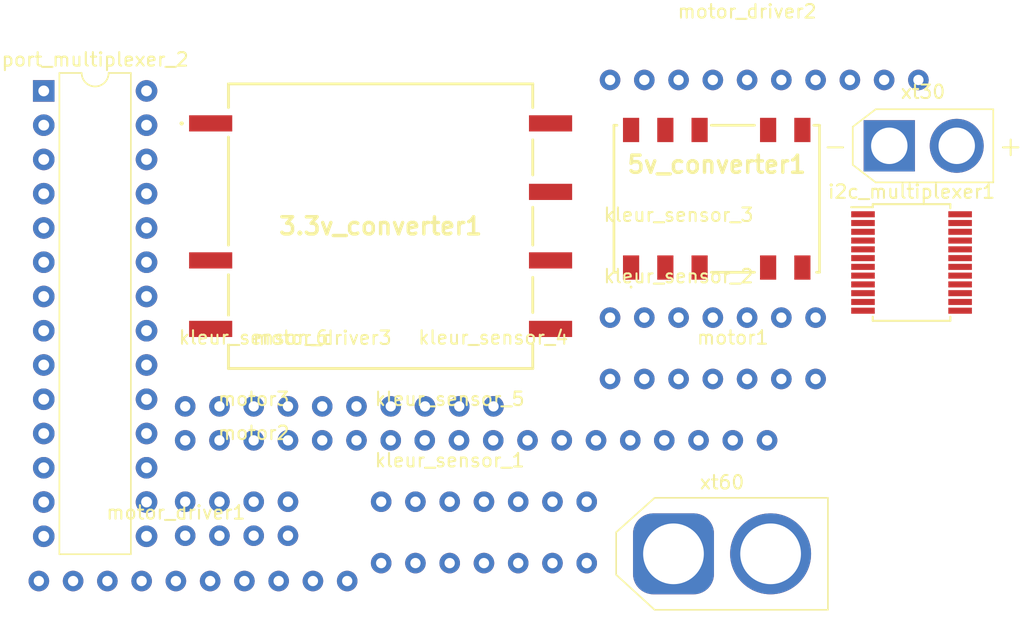
<source format=kicad_pcb>
(kicad_pcb (version 20171130) (host pcbnew 5.1.9+dfsg1-1+deb11u1)

  (general
    (thickness 1.6)
    (drawings 0)
    (tracks 0)
    (zones 0)
    (modules 18)
    (nets 73)
  )

  (page A4)
  (layers
    (0 F.Cu signal)
    (31 B.Cu signal)
    (32 B.Adhes user)
    (33 F.Adhes user)
    (34 B.Paste user)
    (35 F.Paste user)
    (36 B.SilkS user)
    (37 F.SilkS user)
    (38 B.Mask user)
    (39 F.Mask user)
    (40 Dwgs.User user)
    (41 Cmts.User user)
    (42 Eco1.User user)
    (43 Eco2.User user)
    (44 Edge.Cuts user)
    (45 Margin user)
    (46 B.CrtYd user)
    (47 F.CrtYd user)
    (48 B.Fab user)
    (49 F.Fab user)
  )

  (setup
    (last_trace_width 0.25)
    (trace_clearance 0.2)
    (zone_clearance 0.508)
    (zone_45_only no)
    (trace_min 0.2)
    (via_size 0.8)
    (via_drill 0.4)
    (via_min_size 0.4)
    (via_min_drill 0.3)
    (uvia_size 0.3)
    (uvia_drill 0.1)
    (uvias_allowed no)
    (uvia_min_size 0.2)
    (uvia_min_drill 0.1)
    (edge_width 0.05)
    (segment_width 0.2)
    (pcb_text_width 0.3)
    (pcb_text_size 1.5 1.5)
    (mod_edge_width 0.12)
    (mod_text_size 1 1)
    (mod_text_width 0.15)
    (pad_size 1.524 1.524)
    (pad_drill 0.762)
    (pad_to_mask_clearance 0)
    (aux_axis_origin 0 0)
    (visible_elements FFFFFF7F)
    (pcbplotparams
      (layerselection 0x010fc_ffffffff)
      (usegerberextensions false)
      (usegerberattributes true)
      (usegerberadvancedattributes true)
      (creategerberjobfile true)
      (excludeedgelayer true)
      (linewidth 0.150000)
      (plotframeref false)
      (viasonmask false)
      (mode 1)
      (useauxorigin false)
      (hpglpennumber 1)
      (hpglpenspeed 20)
      (hpglpendiameter 15.000000)
      (psnegative false)
      (psa4output false)
      (plotreference true)
      (plotvalue true)
      (plotinvisibletext false)
      (padsonsilk false)
      (subtractmaskfromsilk false)
      (outputformat 1)
      (mirror false)
      (drillshape 1)
      (scaleselection 1)
      (outputdirectory ""))
  )

  (net 0 "")
  (net 1 +12v)
  (net 2 "Net-(3.3v_converter1-Pad2)")
  (net 3 gnd)
  (net 4 "Net-(3.3v_converter1-Pad4)")
  (net 5 "Net-(3.3v_converter1-Pad6)")
  (net 6 3.3v)
  (net 7 "Net-(5v_converter1-Pad3)")
  (net 8 "Net-(5v_converter1-Pad6)")
  (net 9 "Net-(5v_converter1-Pad7)")
  (net 10 5v)
  (net 11 "Net-(5v_converter1-Pad10)")
  (net 12 "Net-(5v_converter1-Pad11)")
  (net 13 "Net-(5v_converter1-Pad12)")
  (net 14 sda)
  (net 15 scl)
  (net 16 "Net-(i2c_multiplexer1-Pad21)")
  (net 17 "Net-(i2c_multiplexer1-Pad20)")
  (net 18 "Net-(i2c_multiplexer1-Pad19)")
  (net 19 sc6)
  (net 20 sd6)
  (net 21 "Net-(i2c_multiplexer1-Pad16)")
  (net 22 "Net-(i2c_multiplexer1-Pad15)")
  (net 23 "Net-(i2c_multiplexer1-Pad14)")
  (net 24 "Net-(i2c_multiplexer1-Pad13)")
  (net 25 "Net-(i2c_multiplexer1-Pad11)")
  (net 26 "Net-(i2c_multiplexer1-Pad10)")
  (net 27 "Net-(i2c_multiplexer1-Pad9)")
  (net 28 "Net-(i2c_multiplexer1-Pad8)")
  (net 29 "Net-(i2c_multiplexer1-Pad7)")
  (net 30 "Net-(i2c_multiplexer1-Pad6)")
  (net 31 "Net-(i2c_multiplexer1-Pad5)")
  (net 32 "Net-(i2c_multiplexer1-Pad4)")
  (net 33 "Net-(i2c_multiplexer1-Pad3)")
  (net 34 "Net-(i2c_multiplexer1-Pad2)")
  (net 35 "Net-(i2c_multiplexer1-Pad1)")
  (net 36 "Net-(motor1-Pad3)")
  (net 37 "Net-(motor1-Pad2)")
  (net 38 "Net-(motor2-Pad3)")
  (net 39 "Net-(motor2-Pad2)")
  (net 40 B)
  (net 41 A)
  (net 42 "Net-(motor_driver1-Pad12)")
  (net 43 "Net-(motor_driver1-Pad13)")
  (net 44 "Net-(motor_driver1-Pad11)")
  (net 45 "Net-(motor_driver1-Pad10)")
  (net 46 "Net-(motor_driver1-Pad9)")
  (net 47 "Net-(motor_driver1-Pad8)")
  (net 48 "Net-(motor_driver1-Pad5)")
  (net 49 "Net-(motor_driver2-Pad12)")
  (net 50 "Net-(motor_driver2-Pad13)")
  (net 51 "Net-(motor_driver2-Pad11)")
  (net 52 "Net-(motor_driver2-Pad10)")
  (net 53 "Net-(motor_driver2-Pad9)")
  (net 54 "Net-(motor_driver2-Pad8)")
  (net 55 "Net-(motor_driver2-Pad5)")
  (net 56 "Net-(motor_driver3-Pad12)")
  (net 57 "Net-(motor_driver3-Pad13)")
  (net 58 "Net-(motor_driver3-Pad11)")
  (net 59 "Net-(motor_driver3-Pad10)")
  (net 60 "Net-(motor_driver3-Pad9)")
  (net 61 "Net-(motor_driver3-Pad8)")
  (net 62 "Net-(motor_driver3-Pad5)")
  (net 63 "Net-(port_multiplexer_2-Pad14)")
  (net 64 "Net-(port_multiplexer_2-Pad13)")
  (net 65 "Net-(port_multiplexer_2-Pad12)")
  (net 66 "Net-(port_multiplexer_2-Pad11)")
  (net 67 "Net-(port_multiplexer_2-Pad20)")
  (net 68 "Net-(port_multiplexer_2-Pad19)")
  (net 69 "Net-(port_multiplexer_2-Pad18)")
  (net 70 "Net-(port_multiplexer_2-Pad17)")
  (net 71 "Net-(port_multiplexer_2-Pad16)")
  (net 72 "Net-(port_multiplexer_2-Pad15)")

  (net_class Default "This is the default net class."
    (clearance 0.2)
    (trace_width 0.25)
    (via_dia 0.8)
    (via_drill 0.4)
    (uvia_dia 0.3)
    (uvia_drill 0.1)
    (add_net +12v)
    (add_net 3.3v)
    (add_net 5v)
    (add_net A)
    (add_net B)
    (add_net "Net-(3.3v_converter1-Pad2)")
    (add_net "Net-(3.3v_converter1-Pad4)")
    (add_net "Net-(3.3v_converter1-Pad6)")
    (add_net "Net-(5v_converter1-Pad10)")
    (add_net "Net-(5v_converter1-Pad11)")
    (add_net "Net-(5v_converter1-Pad12)")
    (add_net "Net-(5v_converter1-Pad3)")
    (add_net "Net-(5v_converter1-Pad6)")
    (add_net "Net-(5v_converter1-Pad7)")
    (add_net "Net-(i2c_multiplexer1-Pad1)")
    (add_net "Net-(i2c_multiplexer1-Pad10)")
    (add_net "Net-(i2c_multiplexer1-Pad11)")
    (add_net "Net-(i2c_multiplexer1-Pad13)")
    (add_net "Net-(i2c_multiplexer1-Pad14)")
    (add_net "Net-(i2c_multiplexer1-Pad15)")
    (add_net "Net-(i2c_multiplexer1-Pad16)")
    (add_net "Net-(i2c_multiplexer1-Pad19)")
    (add_net "Net-(i2c_multiplexer1-Pad2)")
    (add_net "Net-(i2c_multiplexer1-Pad20)")
    (add_net "Net-(i2c_multiplexer1-Pad21)")
    (add_net "Net-(i2c_multiplexer1-Pad3)")
    (add_net "Net-(i2c_multiplexer1-Pad4)")
    (add_net "Net-(i2c_multiplexer1-Pad5)")
    (add_net "Net-(i2c_multiplexer1-Pad6)")
    (add_net "Net-(i2c_multiplexer1-Pad7)")
    (add_net "Net-(i2c_multiplexer1-Pad8)")
    (add_net "Net-(i2c_multiplexer1-Pad9)")
    (add_net "Net-(motor1-Pad2)")
    (add_net "Net-(motor1-Pad3)")
    (add_net "Net-(motor2-Pad2)")
    (add_net "Net-(motor2-Pad3)")
    (add_net "Net-(motor_driver1-Pad10)")
    (add_net "Net-(motor_driver1-Pad11)")
    (add_net "Net-(motor_driver1-Pad12)")
    (add_net "Net-(motor_driver1-Pad13)")
    (add_net "Net-(motor_driver1-Pad5)")
    (add_net "Net-(motor_driver1-Pad8)")
    (add_net "Net-(motor_driver1-Pad9)")
    (add_net "Net-(motor_driver2-Pad10)")
    (add_net "Net-(motor_driver2-Pad11)")
    (add_net "Net-(motor_driver2-Pad12)")
    (add_net "Net-(motor_driver2-Pad13)")
    (add_net "Net-(motor_driver2-Pad5)")
    (add_net "Net-(motor_driver2-Pad8)")
    (add_net "Net-(motor_driver2-Pad9)")
    (add_net "Net-(motor_driver3-Pad10)")
    (add_net "Net-(motor_driver3-Pad11)")
    (add_net "Net-(motor_driver3-Pad12)")
    (add_net "Net-(motor_driver3-Pad13)")
    (add_net "Net-(motor_driver3-Pad5)")
    (add_net "Net-(motor_driver3-Pad8)")
    (add_net "Net-(motor_driver3-Pad9)")
    (add_net "Net-(port_multiplexer_2-Pad11)")
    (add_net "Net-(port_multiplexer_2-Pad12)")
    (add_net "Net-(port_multiplexer_2-Pad13)")
    (add_net "Net-(port_multiplexer_2-Pad14)")
    (add_net "Net-(port_multiplexer_2-Pad15)")
    (add_net "Net-(port_multiplexer_2-Pad16)")
    (add_net "Net-(port_multiplexer_2-Pad17)")
    (add_net "Net-(port_multiplexer_2-Pad18)")
    (add_net "Net-(port_multiplexer_2-Pad19)")
    (add_net "Net-(port_multiplexer_2-Pad20)")
    (add_net gnd)
    (add_net sc6)
    (add_net scl)
    (add_net sd6)
    (add_net sda)
  )

  (module Connector_AMASS:AMASS_XT60-F_1x02_P7.20mm_Vertical (layer F.Cu) (tedit 5D6C1D2C) (tstamp 66361CEC)
    (at 187.515001 156.545001)
    (descr "AMASS female XT60, through hole, vertical, https://www.tme.eu/Document/2d152ced3b7a446066e6c419d84bb460/XT60%20SPEC.pdf")
    (tags "XT60 female vertical")
    (path /66371272)
    (fp_text reference xt60 (at 3.6 -5.3 180) (layer F.SilkS)
      (effects (font (size 1 1) (thickness 0.15)))
    )
    (fp_text value Battery (at 3.6 5.4) (layer F.Fab)
      (effects (font (size 1 1) (thickness 0.15)))
    )
    (fp_text user %R (at 3.6 0.05) (layer F.Fab)
      (effects (font (size 1 1) (thickness 0.15)))
    )
    (fp_line (start 11.45 -4.15) (end -1.4 -4.15) (layer F.SilkS) (width 0.12))
    (fp_line (start -4.25 -1.6) (end -4.25 1.55) (layer F.SilkS) (width 0.12))
    (fp_line (start -1.4 4.15) (end 11.45 4.15) (layer F.SilkS) (width 0.12))
    (fp_line (start 11.45 4.15) (end 11.45 -4.15) (layer F.SilkS) (width 0.12))
    (fp_line (start -1.4 -4.15) (end -4.25 -1.6) (layer F.SilkS) (width 0.12))
    (fp_line (start -4.25 1.55) (end -1.4 4.15) (layer F.SilkS) (width 0.12))
    (fp_line (start 11.35 -4.05) (end -1.4 -4.05) (layer F.Fab) (width 0.12))
    (fp_line (start -1.4 -4.05) (end -4.15 -1.55) (layer F.Fab) (width 0.12))
    (fp_line (start -4.15 -1.55) (end -4.15 1.55) (layer F.Fab) (width 0.12))
    (fp_line (start -4.15 1.55) (end -1.4 4.05) (layer F.Fab) (width 0.12))
    (fp_line (start -1.4 4.05) (end 11.35 4.05) (layer F.Fab) (width 0.12))
    (fp_line (start 11.35 4.05) (end 11.35 -4.05) (layer F.Fab) (width 0.12))
    (fp_line (start 11.85 -4.6) (end 11.85 4.6) (layer F.CrtYd) (width 0.05))
    (fp_line (start 11.85 4.6) (end -1.6 4.6) (layer F.CrtYd) (width 0.05))
    (fp_line (start -1.6 4.6) (end -4.65 1.85) (layer F.CrtYd) (width 0.05))
    (fp_line (start -4.65 1.85) (end -4.65 -1.85) (layer F.CrtYd) (width 0.05))
    (fp_line (start -4.65 -1.85) (end -1.6 -4.6) (layer F.CrtYd) (width 0.05))
    (fp_line (start -1.6 -4.6) (end 11.85 -4.6) (layer F.CrtYd) (width 0.05))
    (pad 1 thru_hole roundrect (at 0 0) (size 6 6) (drill 4.5) (layers *.Cu *.Mask) (roundrect_rratio 0.25)
      (net 3 gnd))
    (pad 2 thru_hole circle (at 7.2 0) (size 6 6) (drill 4.5) (layers *.Cu *.Mask)
      (net 1 +12v))
    (model ${KISYS3DMOD}/Connector_AMASS.3dshapes/AMASS_XT60-F_1x02_P7.2mm_Vertical.wrl
      (at (xyz 0 0 0))
      (scale (xyz 1 1 1))
      (rotate (xyz 0 0 0))
    )
  )

  (module Connector_AMASS:AMASS_XT30U-F_1x02_P5.0mm_Vertical (layer F.Cu) (tedit 5C8E9CDA) (tstamp 66361CD3)
    (at 203.515001 126.295001)
    (descr "Connector XT30 Vertical Cable Female, https://www.tme.eu/en/Document/3cbfa5cfa544d79584972dd5234a409e/XT30U%20SPEC.pdf")
    (tags "RC Connector XT30")
    (path /6636FCC1)
    (fp_text reference xt30 (at 2.5 -4) (layer F.SilkS)
      (effects (font (size 1 1) (thickness 0.15)))
    )
    (fp_text value Battery (at 2.5 4) (layer F.Fab)
      (effects (font (size 1 1) (thickness 0.15)))
    )
    (fp_text user - (at -4 0) (layer F.SilkS)
      (effects (font (size 1.5 1.5) (thickness 0.15)))
    )
    (fp_text user + (at 9 0) (layer F.SilkS)
      (effects (font (size 1.5 1.5) (thickness 0.15)))
    )
    (fp_text user %R (at 2.5 0) (layer F.Fab)
      (effects (font (size 1 1) (thickness 0.15)))
    )
    (fp_line (start -2.6 -1.3) (end -2.6 1.3) (layer F.Fab) (width 0.1))
    (fp_line (start 7.6 -2.6) (end 7.6 2.6) (layer F.Fab) (width 0.1))
    (fp_line (start -0.9 -2.6) (end 7.6 -2.6) (layer F.Fab) (width 0.1))
    (fp_line (start -0.9 2.6) (end 7.6 2.6) (layer F.Fab) (width 0.1))
    (fp_line (start -2.6 -1.3) (end -0.9 -2.6) (layer F.Fab) (width 0.1))
    (fp_line (start -2.6 1.3) (end -0.9 2.6) (layer F.Fab) (width 0.1))
    (fp_line (start -1.01 -2.71) (end 7.71 -2.71) (layer F.SilkS) (width 0.12))
    (fp_line (start 7.71 -2.71) (end 7.71 2.71) (layer F.SilkS) (width 0.12))
    (fp_line (start -1.01 2.71) (end 7.71 2.71) (layer F.SilkS) (width 0.12))
    (fp_line (start -2.71 -1.41) (end -1.01 -2.71) (layer F.SilkS) (width 0.12))
    (fp_line (start -2.71 1.41) (end -1.01 2.71) (layer F.SilkS) (width 0.12))
    (fp_line (start -2.71 -1.41) (end -2.71 1.41) (layer F.SilkS) (width 0.12))
    (fp_line (start -1.4 -3.1) (end 8.1 -3.1) (layer F.CrtYd) (width 0.05))
    (fp_line (start 8.1 -3.1) (end 8.1 3.1) (layer F.CrtYd) (width 0.05))
    (fp_line (start -3.1 -1.8) (end -3.1 1.8) (layer F.CrtYd) (width 0.05))
    (fp_line (start -1.4 3.1) (end 8.1 3.1) (layer F.CrtYd) (width 0.05))
    (fp_line (start -3.1 -1.8) (end -1.4 -3.1) (layer F.CrtYd) (width 0.05))
    (fp_line (start -3.1 1.8) (end -1.4 3.1) (layer F.CrtYd) (width 0.05))
    (pad 2 thru_hole circle (at 5 0) (size 4 4) (drill 2.7) (layers *.Cu *.Mask)
      (net 1 +12v))
    (pad 1 thru_hole rect (at 0 0) (size 3.8 3.8) (drill 2.7) (layers *.Cu *.Mask)
      (net 3 gnd))
    (model ${KISYS3DMOD}/Connector_AMASS.3dshapes/AMASS_XT30U-F_1x02_P5.0mm_Vertical.wrl
      (at (xyz 0 0 0))
      (scale (xyz 1 1 1))
      (rotate (xyz 0 0 0))
    )
  )

  (module Package_DIP:DIP-28_W7.62mm (layer F.Cu) (tedit 5A02E8C5) (tstamp 66361CB8)
    (at 140.825001 122.225001)
    (descr "28-lead though-hole mounted DIP package, row spacing 7.62 mm (300 mils)")
    (tags "THT DIP DIL PDIP 2.54mm 7.62mm 300mil")
    (path /663ADEC8)
    (fp_text reference port_multiplexer_2 (at 3.81 -2.33) (layer F.SilkS)
      (effects (font (size 1 1) (thickness 0.15)))
    )
    (fp_text value MCP23017_SP (at 3.81 35.35) (layer F.Fab)
      (effects (font (size 1 1) (thickness 0.15)))
    )
    (fp_text user %R (at 3.81 16.51) (layer F.Fab)
      (effects (font (size 1 1) (thickness 0.15)))
    )
    (fp_arc (start 3.81 -1.33) (end 2.81 -1.33) (angle -180) (layer F.SilkS) (width 0.12))
    (fp_line (start 1.635 -1.27) (end 6.985 -1.27) (layer F.Fab) (width 0.1))
    (fp_line (start 6.985 -1.27) (end 6.985 34.29) (layer F.Fab) (width 0.1))
    (fp_line (start 6.985 34.29) (end 0.635 34.29) (layer F.Fab) (width 0.1))
    (fp_line (start 0.635 34.29) (end 0.635 -0.27) (layer F.Fab) (width 0.1))
    (fp_line (start 0.635 -0.27) (end 1.635 -1.27) (layer F.Fab) (width 0.1))
    (fp_line (start 2.81 -1.33) (end 1.16 -1.33) (layer F.SilkS) (width 0.12))
    (fp_line (start 1.16 -1.33) (end 1.16 34.35) (layer F.SilkS) (width 0.12))
    (fp_line (start 1.16 34.35) (end 6.46 34.35) (layer F.SilkS) (width 0.12))
    (fp_line (start 6.46 34.35) (end 6.46 -1.33) (layer F.SilkS) (width 0.12))
    (fp_line (start 6.46 -1.33) (end 4.81 -1.33) (layer F.SilkS) (width 0.12))
    (fp_line (start -1.1 -1.55) (end -1.1 34.55) (layer F.CrtYd) (width 0.05))
    (fp_line (start -1.1 34.55) (end 8.7 34.55) (layer F.CrtYd) (width 0.05))
    (fp_line (start 8.7 34.55) (end 8.7 -1.55) (layer F.CrtYd) (width 0.05))
    (fp_line (start 8.7 -1.55) (end -1.1 -1.55) (layer F.CrtYd) (width 0.05))
    (pad 28 thru_hole oval (at 7.62 0) (size 1.6 1.6) (drill 0.8) (layers *.Cu *.Mask)
      (net 38 "Net-(motor2-Pad3)"))
    (pad 14 thru_hole oval (at 0 33.02) (size 1.6 1.6) (drill 0.8) (layers *.Cu *.Mask)
      (net 63 "Net-(port_multiplexer_2-Pad14)"))
    (pad 27 thru_hole oval (at 7.62 2.54) (size 1.6 1.6) (drill 0.8) (layers *.Cu *.Mask)
      (net 39 "Net-(motor2-Pad2)"))
    (pad 13 thru_hole oval (at 0 30.48) (size 1.6 1.6) (drill 0.8) (layers *.Cu *.Mask)
      (net 64 "Net-(port_multiplexer_2-Pad13)"))
    (pad 26 thru_hole oval (at 7.62 5.08) (size 1.6 1.6) (drill 0.8) (layers *.Cu *.Mask)
      (net 36 "Net-(motor1-Pad3)"))
    (pad 12 thru_hole oval (at 0 27.94) (size 1.6 1.6) (drill 0.8) (layers *.Cu *.Mask)
      (net 65 "Net-(port_multiplexer_2-Pad12)"))
    (pad 25 thru_hole oval (at 7.62 7.62) (size 1.6 1.6) (drill 0.8) (layers *.Cu *.Mask)
      (net 37 "Net-(motor1-Pad2)"))
    (pad 11 thru_hole oval (at 0 25.4) (size 1.6 1.6) (drill 0.8) (layers *.Cu *.Mask)
      (net 66 "Net-(port_multiplexer_2-Pad11)"))
    (pad 24 thru_hole oval (at 7.62 10.16) (size 1.6 1.6) (drill 0.8) (layers *.Cu *.Mask)
      (net 60 "Net-(motor_driver3-Pad9)"))
    (pad 10 thru_hole oval (at 0 22.86) (size 1.6 1.6) (drill 0.8) (layers *.Cu *.Mask)
      (net 3 gnd))
    (pad 23 thru_hole oval (at 7.62 12.7) (size 1.6 1.6) (drill 0.8) (layers *.Cu *.Mask)
      (net 59 "Net-(motor_driver3-Pad10)"))
    (pad 9 thru_hole oval (at 0 20.32) (size 1.6 1.6) (drill 0.8) (layers *.Cu *.Mask)
      (net 6 3.3v))
    (pad 22 thru_hole oval (at 7.62 15.24) (size 1.6 1.6) (drill 0.8) (layers *.Cu *.Mask)
      (net 58 "Net-(motor_driver3-Pad11)"))
    (pad 8 thru_hole oval (at 0 17.78) (size 1.6 1.6) (drill 0.8) (layers *.Cu *.Mask)
      (net 53 "Net-(motor_driver2-Pad9)"))
    (pad 21 thru_hole oval (at 7.62 17.78) (size 1.6 1.6) (drill 0.8) (layers *.Cu *.Mask)
      (net 56 "Net-(motor_driver3-Pad12)"))
    (pad 7 thru_hole oval (at 0 15.24) (size 1.6 1.6) (drill 0.8) (layers *.Cu *.Mask)
      (net 52 "Net-(motor_driver2-Pad10)"))
    (pad 20 thru_hole oval (at 7.62 20.32) (size 1.6 1.6) (drill 0.8) (layers *.Cu *.Mask)
      (net 67 "Net-(port_multiplexer_2-Pad20)"))
    (pad 6 thru_hole oval (at 0 12.7) (size 1.6 1.6) (drill 0.8) (layers *.Cu *.Mask)
      (net 51 "Net-(motor_driver2-Pad11)"))
    (pad 19 thru_hole oval (at 7.62 22.86) (size 1.6 1.6) (drill 0.8) (layers *.Cu *.Mask)
      (net 68 "Net-(port_multiplexer_2-Pad19)"))
    (pad 5 thru_hole oval (at 0 10.16) (size 1.6 1.6) (drill 0.8) (layers *.Cu *.Mask)
      (net 49 "Net-(motor_driver2-Pad12)"))
    (pad 18 thru_hole oval (at 7.62 25.4) (size 1.6 1.6) (drill 0.8) (layers *.Cu *.Mask)
      (net 69 "Net-(port_multiplexer_2-Pad18)"))
    (pad 4 thru_hole oval (at 0 7.62) (size 1.6 1.6) (drill 0.8) (layers *.Cu *.Mask)
      (net 46 "Net-(motor_driver1-Pad9)"))
    (pad 17 thru_hole oval (at 7.62 27.94) (size 1.6 1.6) (drill 0.8) (layers *.Cu *.Mask)
      (net 70 "Net-(port_multiplexer_2-Pad17)"))
    (pad 3 thru_hole oval (at 0 5.08) (size 1.6 1.6) (drill 0.8) (layers *.Cu *.Mask)
      (net 45 "Net-(motor_driver1-Pad10)"))
    (pad 16 thru_hole oval (at 7.62 30.48) (size 1.6 1.6) (drill 0.8) (layers *.Cu *.Mask)
      (net 71 "Net-(port_multiplexer_2-Pad16)"))
    (pad 2 thru_hole oval (at 0 2.54) (size 1.6 1.6) (drill 0.8) (layers *.Cu *.Mask)
      (net 44 "Net-(motor_driver1-Pad11)"))
    (pad 15 thru_hole oval (at 7.62 33.02) (size 1.6 1.6) (drill 0.8) (layers *.Cu *.Mask)
      (net 72 "Net-(port_multiplexer_2-Pad15)"))
    (pad 1 thru_hole rect (at 0 0) (size 1.6 1.6) (drill 0.8) (layers *.Cu *.Mask)
      (net 42 "Net-(motor_driver1-Pad12)"))
    (model ${KISYS3DMOD}/Package_DIP.3dshapes/DIP-28_W7.62mm.wrl
      (at (xyz 0 0 0))
      (scale (xyz 1 1 1))
      (rotate (xyz 0 0 0))
    )
  )

  (module custom:TB9051FTG (layer F.Cu) (tedit 6634D7B7) (tstamp 66361C88)
    (at 161.472 145.612)
    (path /66365747)
    (fp_text reference motor_driver3 (at 0 -5.08) (layer F.SilkS)
      (effects (font (size 1 1) (thickness 0.15)))
    )
    (fp_text value TB9051FTG (at 0 -3.04) (layer F.Fab)
      (effects (font (size 1 1) (thickness 0.15)))
    )
    (pad 14 thru_hole circle (at 12.7 0) (size 1.524 1.524) (drill 0.762) (layers *.Cu *.Mask))
    (pad 12 thru_hole circle (at 7.62 0) (size 1.524 1.524) (drill 0.762) (layers *.Cu *.Mask)
      (net 56 "Net-(motor_driver3-Pad12)"))
    (pad 13 thru_hole circle (at 10.16 0) (size 1.524 1.524) (drill 0.762) (layers *.Cu *.Mask)
      (net 57 "Net-(motor_driver3-Pad13)"))
    (pad 11 thru_hole circle (at 5.08 0) (size 1.524 1.524) (drill 0.762) (layers *.Cu *.Mask)
      (net 58 "Net-(motor_driver3-Pad11)"))
    (pad 10 thru_hole circle (at 2.54 0) (size 1.524 1.524) (drill 0.762) (layers *.Cu *.Mask)
      (net 59 "Net-(motor_driver3-Pad10)"))
    (pad 9 thru_hole circle (at 0 0) (size 1.524 1.524) (drill 0.762) (layers *.Cu *.Mask)
      (net 60 "Net-(motor_driver3-Pad9)"))
    (pad 8 thru_hole circle (at -2.54 0) (size 1.524 1.524) (drill 0.762) (layers *.Cu *.Mask)
      (net 61 "Net-(motor_driver3-Pad8)"))
    (pad 7 thru_hole circle (at -5.08 0) (size 1.524 1.524) (drill 0.762) (layers *.Cu *.Mask)
      (net 6 3.3v))
    (pad 6 thru_hole circle (at -7.62 0) (size 1.524 1.524) (drill 0.762) (layers *.Cu *.Mask)
      (net 3 gnd))
    (pad 5 thru_hole circle (at -10.16 0) (size 1.524 1.524) (drill 0.762) (layers *.Cu *.Mask)
      (net 62 "Net-(motor_driver3-Pad5)"))
  )

  (module custom:TB9051FTG (layer F.Cu) (tedit 6634D7B7) (tstamp 66361C7A)
    (at 192.972 121.412)
    (path /6636526D)
    (fp_text reference motor_driver2 (at 0 -5.08) (layer F.SilkS)
      (effects (font (size 1 1) (thickness 0.15)))
    )
    (fp_text value TB9051FTG (at 0 -3.04) (layer F.Fab)
      (effects (font (size 1 1) (thickness 0.15)))
    )
    (pad 14 thru_hole circle (at 12.7 0) (size 1.524 1.524) (drill 0.762) (layers *.Cu *.Mask))
    (pad 12 thru_hole circle (at 7.62 0) (size 1.524 1.524) (drill 0.762) (layers *.Cu *.Mask)
      (net 49 "Net-(motor_driver2-Pad12)"))
    (pad 13 thru_hole circle (at 10.16 0) (size 1.524 1.524) (drill 0.762) (layers *.Cu *.Mask)
      (net 50 "Net-(motor_driver2-Pad13)"))
    (pad 11 thru_hole circle (at 5.08 0) (size 1.524 1.524) (drill 0.762) (layers *.Cu *.Mask)
      (net 51 "Net-(motor_driver2-Pad11)"))
    (pad 10 thru_hole circle (at 2.54 0) (size 1.524 1.524) (drill 0.762) (layers *.Cu *.Mask)
      (net 52 "Net-(motor_driver2-Pad10)"))
    (pad 9 thru_hole circle (at 0 0) (size 1.524 1.524) (drill 0.762) (layers *.Cu *.Mask)
      (net 53 "Net-(motor_driver2-Pad9)"))
    (pad 8 thru_hole circle (at -2.54 0) (size 1.524 1.524) (drill 0.762) (layers *.Cu *.Mask)
      (net 54 "Net-(motor_driver2-Pad8)"))
    (pad 7 thru_hole circle (at -5.08 0) (size 1.524 1.524) (drill 0.762) (layers *.Cu *.Mask)
      (net 6 3.3v))
    (pad 6 thru_hole circle (at -7.62 0) (size 1.524 1.524) (drill 0.762) (layers *.Cu *.Mask)
      (net 3 gnd))
    (pad 5 thru_hole circle (at -10.16 0) (size 1.524 1.524) (drill 0.762) (layers *.Cu *.Mask)
      (net 55 "Net-(motor_driver2-Pad5)"))
  )

  (module custom:TB9051FTG (layer F.Cu) (tedit 6634D7B7) (tstamp 66361C6C)
    (at 150.622 158.562)
    (path /66362316)
    (fp_text reference motor_driver1 (at 0 -5.08) (layer F.SilkS)
      (effects (font (size 1 1) (thickness 0.15)))
    )
    (fp_text value TB9051FTG (at 0 -3.04) (layer F.Fab)
      (effects (font (size 1 1) (thickness 0.15)))
    )
    (pad 14 thru_hole circle (at 12.7 0) (size 1.524 1.524) (drill 0.762) (layers *.Cu *.Mask))
    (pad 12 thru_hole circle (at 7.62 0) (size 1.524 1.524) (drill 0.762) (layers *.Cu *.Mask)
      (net 42 "Net-(motor_driver1-Pad12)"))
    (pad 13 thru_hole circle (at 10.16 0) (size 1.524 1.524) (drill 0.762) (layers *.Cu *.Mask)
      (net 43 "Net-(motor_driver1-Pad13)"))
    (pad 11 thru_hole circle (at 5.08 0) (size 1.524 1.524) (drill 0.762) (layers *.Cu *.Mask)
      (net 44 "Net-(motor_driver1-Pad11)"))
    (pad 10 thru_hole circle (at 2.54 0) (size 1.524 1.524) (drill 0.762) (layers *.Cu *.Mask)
      (net 45 "Net-(motor_driver1-Pad10)"))
    (pad 9 thru_hole circle (at 0 0) (size 1.524 1.524) (drill 0.762) (layers *.Cu *.Mask)
      (net 46 "Net-(motor_driver1-Pad9)"))
    (pad 8 thru_hole circle (at -2.54 0) (size 1.524 1.524) (drill 0.762) (layers *.Cu *.Mask)
      (net 47 "Net-(motor_driver1-Pad8)"))
    (pad 7 thru_hole circle (at -5.08 0) (size 1.524 1.524) (drill 0.762) (layers *.Cu *.Mask)
      (net 6 3.3v))
    (pad 6 thru_hole circle (at -7.62 0) (size 1.524 1.524) (drill 0.762) (layers *.Cu *.Mask)
      (net 3 gnd))
    (pad 5 thru_hole circle (at -10.16 0) (size 1.524 1.524) (drill 0.762) (layers *.Cu *.Mask)
      (net 48 "Net-(motor_driver1-Pad5)"))
  )

  (module custom:pololu_motor (layer F.Cu) (tedit 66336A28) (tstamp 66361C5E)
    (at 156.392 152.682)
    (path /663619F7)
    (fp_text reference motor3 (at 0 -7.62) (layer F.SilkS)
      (effects (font (size 1 1) (thickness 0.15)))
    )
    (fp_text value pololu_motor (at 0 -5.08) (layer F.Fab)
      (effects (font (size 1 1) (thickness 0.15)))
    )
    (pad 4 thru_hole circle (at 2.54 0) (size 1.524 1.524) (drill 0.762) (layers *.Cu *.Mask)
      (net 3 gnd))
    (pad 3 thru_hole circle (at 0 0) (size 1.524 1.524) (drill 0.762) (layers *.Cu *.Mask)
      (net 40 B))
    (pad 2 thru_hole circle (at -2.54 0) (size 1.524 1.524) (drill 0.762) (layers *.Cu *.Mask)
      (net 41 A))
    (pad 1 thru_hole circle (at -5.08 0) (size 1.524 1.524) (drill 0.762) (layers *.Cu *.Mask)
      (net 10 5v))
  )

  (module custom:pololu_motor (layer F.Cu) (tedit 66336A28) (tstamp 66361C56)
    (at 156.392 155.202)
    (path /66361689)
    (fp_text reference motor2 (at 0 -7.62) (layer F.SilkS)
      (effects (font (size 1 1) (thickness 0.15)))
    )
    (fp_text value pololu_motor (at 0 -5.08) (layer F.Fab)
      (effects (font (size 1 1) (thickness 0.15)))
    )
    (pad 4 thru_hole circle (at 2.54 0) (size 1.524 1.524) (drill 0.762) (layers *.Cu *.Mask)
      (net 3 gnd))
    (pad 3 thru_hole circle (at 0 0) (size 1.524 1.524) (drill 0.762) (layers *.Cu *.Mask)
      (net 38 "Net-(motor2-Pad3)"))
    (pad 2 thru_hole circle (at -2.54 0) (size 1.524 1.524) (drill 0.762) (layers *.Cu *.Mask)
      (net 39 "Net-(motor2-Pad2)"))
    (pad 1 thru_hole circle (at -5.08 0) (size 1.524 1.524) (drill 0.762) (layers *.Cu *.Mask)
      (net 10 5v))
  )

  (module custom:pololu_motor (layer F.Cu) (tedit 66336A28) (tstamp 66361C4E)
    (at 191.912 148.132)
    (path /66360D6F)
    (fp_text reference motor1 (at 0 -7.62) (layer F.SilkS)
      (effects (font (size 1 1) (thickness 0.15)))
    )
    (fp_text value pololu_motor (at 0 -5.08) (layer F.Fab)
      (effects (font (size 1 1) (thickness 0.15)))
    )
    (pad 4 thru_hole circle (at 2.54 0) (size 1.524 1.524) (drill 0.762) (layers *.Cu *.Mask)
      (net 3 gnd))
    (pad 3 thru_hole circle (at 0 0) (size 1.524 1.524) (drill 0.762) (layers *.Cu *.Mask)
      (net 36 "Net-(motor1-Pad3)"))
    (pad 2 thru_hole circle (at -2.54 0) (size 1.524 1.524) (drill 0.762) (layers *.Cu *.Mask)
      (net 37 "Net-(motor1-Pad2)"))
    (pad 1 thru_hole circle (at -5.08 0) (size 1.524 1.524) (drill 0.762) (layers *.Cu *.Mask)
      (net 10 5v))
  )

  (module custom:tcs3472 (layer F.Cu) (tedit 663363BC) (tstamp 66361C46)
    (at 156.392 150.672)
    (path /6638E0F0)
    (fp_text reference kleur_sensor_6 (at 0 -10.16) (layer F.SilkS)
      (effects (font (size 1 1) (thickness 0.15)))
    )
    (fp_text value tcs3472_color_sensor (at 0 -7.62) (layer F.Fab)
      (effects (font (size 1 1) (thickness 0.15)))
    )
    (pad 7 thru_hole circle (at 10.16 -2.54) (size 1.524 1.524) (drill 0.762) (layers *.Cu *.Mask))
    (pad 6 thru_hole circle (at 7.62 -2.54) (size 1.524 1.524) (drill 0.762) (layers *.Cu *.Mask))
    (pad 0 thru_hole circle (at 5.08 -2.54) (size 1.524 1.524) (drill 0.762) (layers *.Cu *.Mask)
      (net 22 "Net-(i2c_multiplexer1-Pad15)"))
    (pad 1 thru_hole circle (at 2.54 -2.54) (size 1.524 1.524) (drill 0.762) (layers *.Cu *.Mask)
      (net 21 "Net-(i2c_multiplexer1-Pad16)"))
    (pad 2 thru_hole circle (at 0 -2.54) (size 1.524 1.524) (drill 0.762) (layers *.Cu *.Mask)
      (net 6 3.3v))
    (pad 3 thru_hole circle (at -2.54 -2.54) (size 1.524 1.524) (drill 0.762) (layers *.Cu *.Mask)
      (net 3 gnd))
    (pad 5 thru_hole circle (at -5.08 -2.54) (size 1.524 1.524) (drill 0.762) (layers *.Cu *.Mask))
  )

  (module custom:tcs3472 (layer F.Cu) (tedit 663363BC) (tstamp 66361C3B)
    (at 170.922 155.222)
    (path /6638E0EA)
    (fp_text reference kleur_sensor_5 (at 0 -10.16) (layer F.SilkS)
      (effects (font (size 1 1) (thickness 0.15)))
    )
    (fp_text value tcs3472_color_sensor (at 0 -7.62) (layer F.Fab)
      (effects (font (size 1 1) (thickness 0.15)))
    )
    (pad 7 thru_hole circle (at 10.16 -2.54) (size 1.524 1.524) (drill 0.762) (layers *.Cu *.Mask))
    (pad 6 thru_hole circle (at 7.62 -2.54) (size 1.524 1.524) (drill 0.762) (layers *.Cu *.Mask))
    (pad 0 thru_hole circle (at 5.08 -2.54) (size 1.524 1.524) (drill 0.762) (layers *.Cu *.Mask)
      (net 24 "Net-(i2c_multiplexer1-Pad13)"))
    (pad 1 thru_hole circle (at 2.54 -2.54) (size 1.524 1.524) (drill 0.762) (layers *.Cu *.Mask)
      (net 23 "Net-(i2c_multiplexer1-Pad14)"))
    (pad 2 thru_hole circle (at 0 -2.54) (size 1.524 1.524) (drill 0.762) (layers *.Cu *.Mask)
      (net 6 3.3v))
    (pad 3 thru_hole circle (at -2.54 -2.54) (size 1.524 1.524) (drill 0.762) (layers *.Cu *.Mask)
      (net 3 gnd))
    (pad 5 thru_hole circle (at -5.08 -2.54) (size 1.524 1.524) (drill 0.762) (layers *.Cu *.Mask))
  )

  (module custom:tcs3472 (layer F.Cu) (tedit 663363BC) (tstamp 66361C30)
    (at 174.152 150.672)
    (path /6638E0E4)
    (fp_text reference kleur_sensor_4 (at 0 -10.16) (layer F.SilkS)
      (effects (font (size 1 1) (thickness 0.15)))
    )
    (fp_text value tcs3472_color_sensor (at 0 -7.62) (layer F.Fab)
      (effects (font (size 1 1) (thickness 0.15)))
    )
    (pad 7 thru_hole circle (at 10.16 -2.54) (size 1.524 1.524) (drill 0.762) (layers *.Cu *.Mask))
    (pad 6 thru_hole circle (at 7.62 -2.54) (size 1.524 1.524) (drill 0.762) (layers *.Cu *.Mask))
    (pad 0 thru_hole circle (at 5.08 -2.54) (size 1.524 1.524) (drill 0.762) (layers *.Cu *.Mask)
      (net 26 "Net-(i2c_multiplexer1-Pad10)"))
    (pad 1 thru_hole circle (at 2.54 -2.54) (size 1.524 1.524) (drill 0.762) (layers *.Cu *.Mask)
      (net 25 "Net-(i2c_multiplexer1-Pad11)"))
    (pad 2 thru_hole circle (at 0 -2.54) (size 1.524 1.524) (drill 0.762) (layers *.Cu *.Mask)
      (net 6 3.3v))
    (pad 3 thru_hole circle (at -2.54 -2.54) (size 1.524 1.524) (drill 0.762) (layers *.Cu *.Mask)
      (net 3 gnd))
    (pad 5 thru_hole circle (at -5.08 -2.54) (size 1.524 1.524) (drill 0.762) (layers *.Cu *.Mask))
  )

  (module custom:tcs3472 (layer F.Cu) (tedit 663363BC) (tstamp 66361C25)
    (at 187.892 141.572)
    (path /6638AC73)
    (fp_text reference kleur_sensor_3 (at 0 -10.16) (layer F.SilkS)
      (effects (font (size 1 1) (thickness 0.15)))
    )
    (fp_text value tcs3472_color_sensor (at 0 -7.62) (layer F.Fab)
      (effects (font (size 1 1) (thickness 0.15)))
    )
    (pad 7 thru_hole circle (at 10.16 -2.54) (size 1.524 1.524) (drill 0.762) (layers *.Cu *.Mask))
    (pad 6 thru_hole circle (at 7.62 -2.54) (size 1.524 1.524) (drill 0.762) (layers *.Cu *.Mask))
    (pad 0 thru_hole circle (at 5.08 -2.54) (size 1.524 1.524) (drill 0.762) (layers *.Cu *.Mask)
      (net 28 "Net-(i2c_multiplexer1-Pad8)"))
    (pad 1 thru_hole circle (at 2.54 -2.54) (size 1.524 1.524) (drill 0.762) (layers *.Cu *.Mask)
      (net 27 "Net-(i2c_multiplexer1-Pad9)"))
    (pad 2 thru_hole circle (at 0 -2.54) (size 1.524 1.524) (drill 0.762) (layers *.Cu *.Mask)
      (net 6 3.3v))
    (pad 3 thru_hole circle (at -2.54 -2.54) (size 1.524 1.524) (drill 0.762) (layers *.Cu *.Mask)
      (net 3 gnd))
    (pad 5 thru_hole circle (at -5.08 -2.54) (size 1.524 1.524) (drill 0.762) (layers *.Cu *.Mask))
  )

  (module custom:tcs3472 (layer F.Cu) (tedit 663363BC) (tstamp 66361C1A)
    (at 187.892 146.122)
    (path /6638428B)
    (fp_text reference kleur_sensor_2 (at 0 -10.16) (layer F.SilkS)
      (effects (font (size 1 1) (thickness 0.15)))
    )
    (fp_text value tcs3472_color_sensor (at 0 -7.62) (layer F.Fab)
      (effects (font (size 1 1) (thickness 0.15)))
    )
    (pad 7 thru_hole circle (at 10.16 -2.54) (size 1.524 1.524) (drill 0.762) (layers *.Cu *.Mask))
    (pad 6 thru_hole circle (at 7.62 -2.54) (size 1.524 1.524) (drill 0.762) (layers *.Cu *.Mask))
    (pad 0 thru_hole circle (at 5.08 -2.54) (size 1.524 1.524) (drill 0.762) (layers *.Cu *.Mask)
      (net 30 "Net-(i2c_multiplexer1-Pad6)"))
    (pad 1 thru_hole circle (at 2.54 -2.54) (size 1.524 1.524) (drill 0.762) (layers *.Cu *.Mask)
      (net 29 "Net-(i2c_multiplexer1-Pad7)"))
    (pad 2 thru_hole circle (at 0 -2.54) (size 1.524 1.524) (drill 0.762) (layers *.Cu *.Mask)
      (net 6 3.3v))
    (pad 3 thru_hole circle (at -2.54 -2.54) (size 1.524 1.524) (drill 0.762) (layers *.Cu *.Mask)
      (net 3 gnd))
    (pad 5 thru_hole circle (at -5.08 -2.54) (size 1.524 1.524) (drill 0.762) (layers *.Cu *.Mask))
  )

  (module custom:tcs3472 (layer F.Cu) (tedit 663363BC) (tstamp 66361C0F)
    (at 170.922 159.772)
    (path /66382B7A)
    (fp_text reference kleur_sensor_1 (at 0 -10.16) (layer F.SilkS)
      (effects (font (size 1 1) (thickness 0.15)))
    )
    (fp_text value tcs3472_color_sensor (at 0 -7.62) (layer F.Fab)
      (effects (font (size 1 1) (thickness 0.15)))
    )
    (pad 7 thru_hole circle (at 10.16 -2.54) (size 1.524 1.524) (drill 0.762) (layers *.Cu *.Mask))
    (pad 6 thru_hole circle (at 7.62 -2.54) (size 1.524 1.524) (drill 0.762) (layers *.Cu *.Mask))
    (pad 0 thru_hole circle (at 5.08 -2.54) (size 1.524 1.524) (drill 0.762) (layers *.Cu *.Mask)
      (net 32 "Net-(i2c_multiplexer1-Pad4)"))
    (pad 1 thru_hole circle (at 2.54 -2.54) (size 1.524 1.524) (drill 0.762) (layers *.Cu *.Mask)
      (net 31 "Net-(i2c_multiplexer1-Pad5)"))
    (pad 2 thru_hole circle (at 0 -2.54) (size 1.524 1.524) (drill 0.762) (layers *.Cu *.Mask)
      (net 6 3.3v))
    (pad 3 thru_hole circle (at -2.54 -2.54) (size 1.524 1.524) (drill 0.762) (layers *.Cu *.Mask)
      (net 3 gnd))
    (pad 5 thru_hole circle (at -5.08 -2.54) (size 1.524 1.524) (drill 0.762) (layers *.Cu *.Mask))
  )

  (module Package_SO:SSOP-24_5.3x8.2mm_P0.65mm (layer F.Cu) (tedit 5A02F25C) (tstamp 66361C04)
    (at 205.165001 134.945001)
    (descr "24-Lead Plastic Shrink Small Outline (SS)-5.30 mm Body [SSOP] (see Microchip Packaging Specification 00000049BS.pdf)")
    (tags "SSOP 0.65")
    (path /663C2FAA)
    (attr smd)
    (fp_text reference i2c_multiplexer1 (at 0 -5.25) (layer F.SilkS)
      (effects (font (size 1 1) (thickness 0.15)))
    )
    (fp_text value PCA9548ADB (at 0 5.25) (layer F.Fab)
      (effects (font (size 1 1) (thickness 0.15)))
    )
    (fp_text user %R (at 0 0) (layer F.Fab)
      (effects (font (size 0.8 0.8) (thickness 0.15)))
    )
    (fp_line (start -1.65 -4.1) (end 2.65 -4.1) (layer F.Fab) (width 0.15))
    (fp_line (start 2.65 -4.1) (end 2.65 4.1) (layer F.Fab) (width 0.15))
    (fp_line (start 2.65 4.1) (end -2.65 4.1) (layer F.Fab) (width 0.15))
    (fp_line (start -2.65 4.1) (end -2.65 -3.1) (layer F.Fab) (width 0.15))
    (fp_line (start -2.65 -3.1) (end -1.65 -4.1) (layer F.Fab) (width 0.15))
    (fp_line (start -4.75 -4.5) (end -4.75 4.5) (layer F.CrtYd) (width 0.05))
    (fp_line (start 4.75 -4.5) (end 4.75 4.5) (layer F.CrtYd) (width 0.05))
    (fp_line (start -4.75 -4.5) (end 4.75 -4.5) (layer F.CrtYd) (width 0.05))
    (fp_line (start -4.75 4.5) (end 4.75 4.5) (layer F.CrtYd) (width 0.05))
    (fp_line (start -2.875 -4.325) (end -2.875 -4.1) (layer F.SilkS) (width 0.15))
    (fp_line (start 2.875 -4.325) (end 2.875 -4.025) (layer F.SilkS) (width 0.15))
    (fp_line (start 2.875 4.325) (end 2.875 4.025) (layer F.SilkS) (width 0.15))
    (fp_line (start -2.875 4.325) (end -2.875 4.025) (layer F.SilkS) (width 0.15))
    (fp_line (start -2.875 -4.325) (end 2.875 -4.325) (layer F.SilkS) (width 0.15))
    (fp_line (start -2.875 4.325) (end 2.875 4.325) (layer F.SilkS) (width 0.15))
    (fp_line (start -2.875 -4.1) (end -4.475 -4.1) (layer F.SilkS) (width 0.15))
    (pad 24 smd rect (at 3.6 -3.575) (size 1.75 0.45) (layers F.Cu F.Paste F.Mask)
      (net 6 3.3v))
    (pad 23 smd rect (at 3.6 -2.925) (size 1.75 0.45) (layers F.Cu F.Paste F.Mask)
      (net 14 sda))
    (pad 22 smd rect (at 3.6 -2.275) (size 1.75 0.45) (layers F.Cu F.Paste F.Mask)
      (net 15 scl))
    (pad 21 smd rect (at 3.6 -1.625) (size 1.75 0.45) (layers F.Cu F.Paste F.Mask)
      (net 16 "Net-(i2c_multiplexer1-Pad21)"))
    (pad 20 smd rect (at 3.6 -0.975) (size 1.75 0.45) (layers F.Cu F.Paste F.Mask)
      (net 17 "Net-(i2c_multiplexer1-Pad20)"))
    (pad 19 smd rect (at 3.6 -0.325) (size 1.75 0.45) (layers F.Cu F.Paste F.Mask)
      (net 18 "Net-(i2c_multiplexer1-Pad19)"))
    (pad 18 smd rect (at 3.6 0.325) (size 1.75 0.45) (layers F.Cu F.Paste F.Mask)
      (net 19 sc6))
    (pad 17 smd rect (at 3.6 0.975) (size 1.75 0.45) (layers F.Cu F.Paste F.Mask)
      (net 20 sd6))
    (pad 16 smd rect (at 3.6 1.625) (size 1.75 0.45) (layers F.Cu F.Paste F.Mask)
      (net 21 "Net-(i2c_multiplexer1-Pad16)"))
    (pad 15 smd rect (at 3.6 2.275) (size 1.75 0.45) (layers F.Cu F.Paste F.Mask)
      (net 22 "Net-(i2c_multiplexer1-Pad15)"))
    (pad 14 smd rect (at 3.6 2.925) (size 1.75 0.45) (layers F.Cu F.Paste F.Mask)
      (net 23 "Net-(i2c_multiplexer1-Pad14)"))
    (pad 13 smd rect (at 3.6 3.575) (size 1.75 0.45) (layers F.Cu F.Paste F.Mask)
      (net 24 "Net-(i2c_multiplexer1-Pad13)"))
    (pad 12 smd rect (at -3.6 3.575) (size 1.75 0.45) (layers F.Cu F.Paste F.Mask)
      (net 3 gnd))
    (pad 11 smd rect (at -3.6 2.925) (size 1.75 0.45) (layers F.Cu F.Paste F.Mask)
      (net 25 "Net-(i2c_multiplexer1-Pad11)"))
    (pad 10 smd rect (at -3.6 2.275) (size 1.75 0.45) (layers F.Cu F.Paste F.Mask)
      (net 26 "Net-(i2c_multiplexer1-Pad10)"))
    (pad 9 smd rect (at -3.6 1.625) (size 1.75 0.45) (layers F.Cu F.Paste F.Mask)
      (net 27 "Net-(i2c_multiplexer1-Pad9)"))
    (pad 8 smd rect (at -3.6 0.975) (size 1.75 0.45) (layers F.Cu F.Paste F.Mask)
      (net 28 "Net-(i2c_multiplexer1-Pad8)"))
    (pad 7 smd rect (at -3.6 0.325) (size 1.75 0.45) (layers F.Cu F.Paste F.Mask)
      (net 29 "Net-(i2c_multiplexer1-Pad7)"))
    (pad 6 smd rect (at -3.6 -0.325) (size 1.75 0.45) (layers F.Cu F.Paste F.Mask)
      (net 30 "Net-(i2c_multiplexer1-Pad6)"))
    (pad 5 smd rect (at -3.6 -0.975) (size 1.75 0.45) (layers F.Cu F.Paste F.Mask)
      (net 31 "Net-(i2c_multiplexer1-Pad5)"))
    (pad 4 smd rect (at -3.6 -1.625) (size 1.75 0.45) (layers F.Cu F.Paste F.Mask)
      (net 32 "Net-(i2c_multiplexer1-Pad4)"))
    (pad 3 smd rect (at -3.6 -2.275) (size 1.75 0.45) (layers F.Cu F.Paste F.Mask)
      (net 33 "Net-(i2c_multiplexer1-Pad3)"))
    (pad 2 smd rect (at -3.6 -2.925) (size 1.75 0.45) (layers F.Cu F.Paste F.Mask)
      (net 34 "Net-(i2c_multiplexer1-Pad2)"))
    (pad 1 smd rect (at -3.6 -3.575) (size 1.75 0.45) (layers F.Cu F.Paste F.Mask)
      (net 35 "Net-(i2c_multiplexer1-Pad1)"))
    (model ${KISYS3DMOD}/Package_SO.3dshapes/SSOP-24_5.3x8.2mm_P0.65mm.wrl
      (at (xyz 0 0 0))
      (scale (xyz 1 1 1))
      (rotate (xyz 0 0 0))
    )
  )

  (module custom:SFTN01M05N (layer F.Cu) (tedit 6635F4A6) (tstamp 66361BD7)
    (at 190.720001 130.220001)
    (descr SFTN01M-05N-2)
    (tags "Power Supply")
    (path /66379F5D)
    (attr smd)
    (fp_text reference 5v_converter1 (at 0 -2.54) (layer F.SilkS)
      (effects (font (size 1.27 1.27) (thickness 0.254)))
    )
    (fp_text value SFTN01M-05N (at 0 1.27) (layer F.SilkS) hide
      (effects (font (size 1.27 1.27) (thickness 0.254)))
    )
    (fp_text user %R (at 0 0) (layer F.Fab)
      (effects (font (size 1.27 1.27) (thickness 0.254)))
    )
    (fp_arc (start -6.35 6.55) (end -6.35 6.6) (angle -180) (layer F.SilkS) (width 0.1))
    (fp_arc (start -6.35 6.55) (end -6.35 6.5) (angle -180) (layer F.SilkS) (width 0.1))
    (fp_line (start -7.62 -5.45) (end 7.62 -5.45) (layer F.Fab) (width 0.1))
    (fp_line (start 7.62 -5.45) (end 7.62 5.45) (layer F.Fab) (width 0.1))
    (fp_line (start 7.62 5.45) (end -7.62 5.45) (layer F.Fab) (width 0.1))
    (fp_line (start -7.62 5.45) (end -7.62 -5.45) (layer F.Fab) (width 0.1))
    (fp_line (start -8.62 -7) (end 8.62 -7) (layer F.CrtYd) (width 0.1))
    (fp_line (start 8.62 -7) (end 8.62 7) (layer F.CrtYd) (width 0.1))
    (fp_line (start 8.62 7) (end -8.62 7) (layer F.CrtYd) (width 0.1))
    (fp_line (start -8.62 7) (end -8.62 -7) (layer F.CrtYd) (width 0.1))
    (fp_line (start -6.35 6.6) (end -6.35 6.6) (layer F.SilkS) (width 0.1))
    (fp_line (start -6.35 6.5) (end -6.35 6.5) (layer F.SilkS) (width 0.1))
    (fp_line (start -7.4 5.45) (end -7.62 5.45) (layer F.SilkS) (width 0.2))
    (fp_line (start -7.62 5.45) (end -7.62 -5.45) (layer F.SilkS) (width 0.2))
    (fp_line (start -7.62 -5.45) (end -7.4 -5.45) (layer F.SilkS) (width 0.2))
    (fp_line (start -0.4 -5.45) (end 2.8 -5.45) (layer F.SilkS) (width 0.2))
    (fp_line (start -0.4 5.45) (end 2.8 5.45) (layer F.SilkS) (width 0.2))
    (fp_line (start 7.4 5.45) (end 7.62 5.45) (layer F.SilkS) (width 0.2))
    (fp_line (start 7.62 5.45) (end 7.62 -5.45) (layer F.SilkS) (width 0.2))
    (fp_line (start 7.62 -5.45) (end 7.2 -5.45) (layer F.SilkS) (width 0.2))
    (pad 1 smd rect (at -6.35 5.1) (size 1.2 1.8) (layers F.Cu F.Paste F.Mask)
      (net 3 gnd))
    (pad 2 smd rect (at -3.81 5.1) (size 1.2 1.8) (layers F.Cu F.Paste F.Mask)
      (net 1 +12v))
    (pad 3 smd rect (at -1.27 5.1) (size 1.2 1.8) (layers F.Cu F.Paste F.Mask)
      (net 7 "Net-(5v_converter1-Pad3)"))
    (pad 5 smd rect (at 3.81 5.1) (size 1.2 1.8) (layers F.Cu F.Paste F.Mask)
      (net 3 gnd))
    (pad 6 smd rect (at 6.35 5.1) (size 1.2 1.8) (layers F.Cu F.Paste F.Mask)
      (net 8 "Net-(5v_converter1-Pad6)"))
    (pad 7 smd rect (at 6.35 -5.1) (size 1.2 1.8) (layers F.Cu F.Paste F.Mask)
      (net 9 "Net-(5v_converter1-Pad7)"))
    (pad 8 smd rect (at 3.81 -5.1) (size 1.2 1.8) (layers F.Cu F.Paste F.Mask)
      (net 10 5v))
    (pad 10 smd rect (at -1.27 -5.1) (size 1.2 1.8) (layers F.Cu F.Paste F.Mask)
      (net 11 "Net-(5v_converter1-Pad10)"))
    (pad 11 smd rect (at -3.81 -5.1) (size 1.2 1.8) (layers F.Cu F.Paste F.Mask)
      (net 12 "Net-(5v_converter1-Pad11)"))
    (pad 12 smd rect (at -6.35 -5.1) (size 1.2 1.8) (layers F.Cu F.Paste F.Mask)
      (net 13 "Net-(5v_converter1-Pad12)"))
    (model SFTN01M-05N.stp
      (at (xyz 0 0 0))
      (scale (xyz 1 1 1))
      (rotate (xyz 0 0 0))
    )
  )

  (module custom:CC60512SRE (layer F.Cu) (tedit 0) (tstamp 66361BB4)
    (at 165.800001 132.250001)
    (descr CC6-0512SR-E-4)
    (tags "Power Supply")
    (path /66378F04)
    (attr smd)
    (fp_text reference 3.3v_converter1 (at 0 0) (layer F.SilkS)
      (effects (font (size 1.27 1.27) (thickness 0.254)))
    )
    (fp_text value CC6-1203SR-E (at 0 0) (layer F.SilkS) hide
      (effects (font (size 1.27 1.27) (thickness 0.254)))
    )
    (fp_text user %R (at 0 0) (layer F.Fab)
      (effects (font (size 1.27 1.27) (thickness 0.254)))
    )
    (fp_arc (start -14.75 -7.62) (end -14.8 -7.62) (angle -180) (layer F.SilkS) (width 0.2))
    (fp_arc (start -14.75 -7.62) (end -14.7 -7.62) (angle -180) (layer F.SilkS) (width 0.2))
    (fp_arc (start -14.75 -7.62) (end -14.8 -7.62) (angle -180) (layer F.SilkS) (width 0.2))
    (fp_line (start -11.28 10.55) (end 11.28 10.55) (layer F.Fab) (width 0.1))
    (fp_line (start 11.28 10.55) (end 11.28 -10.55) (layer F.Fab) (width 0.1))
    (fp_line (start 11.28 -10.55) (end -11.28 -10.55) (layer F.Fab) (width 0.1))
    (fp_line (start -11.28 -10.55) (end -11.28 10.55) (layer F.Fab) (width 0.1))
    (fp_line (start -15.2 -11.55) (end 15.2 -11.55) (layer F.CrtYd) (width 0.1))
    (fp_line (start 15.2 -11.55) (end 15.2 11.55) (layer F.CrtYd) (width 0.1))
    (fp_line (start 15.2 11.55) (end -15.2 11.55) (layer F.CrtYd) (width 0.1))
    (fp_line (start -15.2 11.55) (end -15.2 -11.55) (layer F.CrtYd) (width 0.1))
    (fp_line (start -11.28 -6.6) (end -11.28 -6.6) (layer F.SilkS) (width 0.2))
    (fp_line (start -11.28 -6.6) (end -11.28 1.4) (layer F.SilkS) (width 0.2))
    (fp_line (start -11.28 1.4) (end -11.28 1.4) (layer F.SilkS) (width 0.2))
    (fp_line (start -11.28 1.4) (end -11.28 -6.6) (layer F.SilkS) (width 0.2))
    (fp_line (start -11.28 3.6) (end -11.28 3.6) (layer F.SilkS) (width 0.2))
    (fp_line (start -11.28 3.6) (end -11.28 6.6) (layer F.SilkS) (width 0.2))
    (fp_line (start -11.28 6.6) (end -11.28 6.6) (layer F.SilkS) (width 0.2))
    (fp_line (start -11.28 6.6) (end -11.28 3.6) (layer F.SilkS) (width 0.2))
    (fp_line (start -11.28 8.8) (end -11.28 8.8) (layer F.SilkS) (width 0.2))
    (fp_line (start -11.28 8.8) (end -11.28 10.55) (layer F.SilkS) (width 0.2))
    (fp_line (start -11.28 10.55) (end -11.28 10.55) (layer F.SilkS) (width 0.2))
    (fp_line (start -11.28 10.55) (end -11.28 8.8) (layer F.SilkS) (width 0.2))
    (fp_line (start -11.28 10.55) (end 11.28 10.55) (layer F.SilkS) (width 0.2))
    (fp_line (start 11.28 10.55) (end 11.28 10.55) (layer F.SilkS) (width 0.2))
    (fp_line (start 11.28 10.55) (end -11.28 10.55) (layer F.SilkS) (width 0.2))
    (fp_line (start -11.28 10.55) (end -11.28 10.55) (layer F.SilkS) (width 0.2))
    (fp_line (start 11.28 10.55) (end 11.28 10.55) (layer F.SilkS) (width 0.2))
    (fp_line (start 11.28 10.55) (end 11.28 8.8) (layer F.SilkS) (width 0.2))
    (fp_line (start 11.28 8.8) (end 11.28 8.8) (layer F.SilkS) (width 0.2))
    (fp_line (start 11.28 8.8) (end 11.28 10.55) (layer F.SilkS) (width 0.2))
    (fp_line (start 11.28 6.4) (end 11.28 6.4) (layer F.SilkS) (width 0.2))
    (fp_line (start 11.28 6.4) (end 11.28 3.8) (layer F.SilkS) (width 0.2))
    (fp_line (start 11.28 3.8) (end 11.28 3.8) (layer F.SilkS) (width 0.2))
    (fp_line (start 11.28 3.8) (end 11.28 6.4) (layer F.SilkS) (width 0.2))
    (fp_line (start 11.28 1.4) (end 11.28 1.4) (layer F.SilkS) (width 0.2))
    (fp_line (start 11.28 1.4) (end 11.28 -1.4) (layer F.SilkS) (width 0.2))
    (fp_line (start 11.28 -1.4) (end 11.28 -1.4) (layer F.SilkS) (width 0.2))
    (fp_line (start 11.28 -1.4) (end 11.28 1.4) (layer F.SilkS) (width 0.2))
    (fp_line (start 11.28 -3.8) (end 11.28 -3.8) (layer F.SilkS) (width 0.2))
    (fp_line (start 11.28 -3.8) (end 11.28 -6.4) (layer F.SilkS) (width 0.2))
    (fp_line (start 11.28 -6.4) (end 11.28 -6.4) (layer F.SilkS) (width 0.2))
    (fp_line (start 11.28 -6.4) (end 11.28 -3.8) (layer F.SilkS) (width 0.2))
    (fp_line (start 11.28 -8.8) (end 11.28 -8.8) (layer F.SilkS) (width 0.2))
    (fp_line (start 11.28 -8.8) (end 11.28 -10.55) (layer F.SilkS) (width 0.2))
    (fp_line (start 11.28 -10.55) (end 11.28 -10.55) (layer F.SilkS) (width 0.2))
    (fp_line (start 11.28 -10.55) (end 11.28 -8.8) (layer F.SilkS) (width 0.2))
    (fp_line (start 11.28 -10.55) (end -11.28 -10.55) (layer F.SilkS) (width 0.2))
    (fp_line (start -11.28 -10.55) (end -11.28 -10.55) (layer F.SilkS) (width 0.2))
    (fp_line (start -11.28 -10.55) (end 11.28 -10.55) (layer F.SilkS) (width 0.2))
    (fp_line (start 11.28 -10.55) (end 11.28 -10.55) (layer F.SilkS) (width 0.2))
    (fp_line (start -11.28 -10.55) (end -11.28 -10.55) (layer F.SilkS) (width 0.2))
    (fp_line (start -11.28 -10.55) (end -11.28 -8.8) (layer F.SilkS) (width 0.2))
    (fp_line (start -11.28 -8.8) (end -11.28 -8.8) (layer F.SilkS) (width 0.2))
    (fp_line (start -11.28 -8.8) (end -11.28 -10.55) (layer F.SilkS) (width 0.2))
    (fp_line (start -14.8 -7.62) (end -14.8 -7.62) (layer F.SilkS) (width 0.2))
    (fp_line (start -14.7 -7.62) (end -14.7 -7.62) (layer F.SilkS) (width 0.2))
    (fp_line (start -14.8 -7.62) (end -14.8 -7.62) (layer F.SilkS) (width 0.2))
    (pad 1 smd rect (at -12.6 -7.62 90) (size 1.2 3.2) (layers F.Cu F.Paste F.Mask)
      (net 1 +12v))
    (pad 2 smd rect (at -12.6 2.54 90) (size 1.2 3.2) (layers F.Cu F.Paste F.Mask)
      (net 2 "Net-(3.3v_converter1-Pad2)"))
    (pad 3 smd rect (at -12.6 7.62 90) (size 1.2 3.2) (layers F.Cu F.Paste F.Mask)
      (net 3 gnd))
    (pad 4 smd rect (at 12.6 7.62 90) (size 1.2 3.2) (layers F.Cu F.Paste F.Mask)
      (net 4 "Net-(3.3v_converter1-Pad4)"))
    (pad 5 smd rect (at 12.6 2.54 90) (size 1.2 3.2) (layers F.Cu F.Paste F.Mask)
      (net 3 gnd))
    (pad 6 smd rect (at 12.6 -2.54 90) (size 1.2 3.2) (layers F.Cu F.Paste F.Mask)
      (net 5 "Net-(3.3v_converter1-Pad6)"))
    (pad 7 smd rect (at 12.6 -7.62 90) (size 1.2 3.2) (layers F.Cu F.Paste F.Mask)
      (net 6 3.3v))
    (model CC6-1203SR-E.stp
      (at (xyz 0 0 0))
      (scale (xyz 1 1 1))
      (rotate (xyz 0 0 0))
    )
  )

)

</source>
